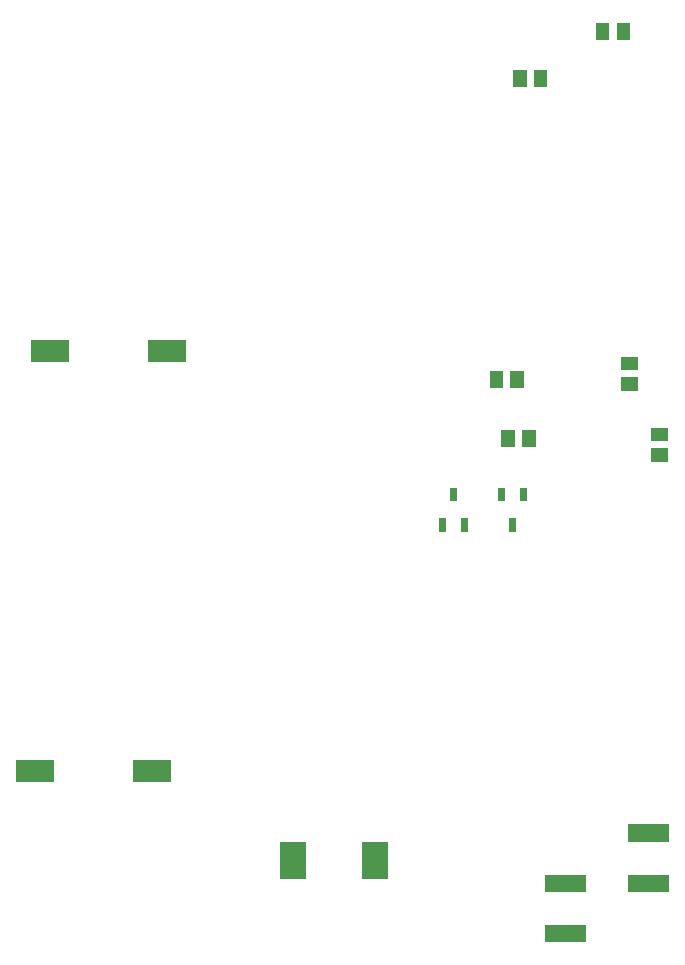
<source format=gbr>
G04 start of page 12 for group -4014 idx -4014 *
G04 Title: EW10A - linear power supply, bottompaste *
G04 Creator: pcb 1.99z *
G04 CreationDate: Mon 08 Sep 2014 07:20:40 PM GMT UTC *
G04 For: eelco *
G04 Format: Gerber/RS-274X *
G04 PCB-Dimensions (mil): 5511.81 5511.81 *
G04 PCB-Coordinate-Origin: lower left *
%MOIN*%
%FSLAX25Y25*%
%LNBOTTOMPASTE*%
%ADD140R,0.0236X0.0236*%
%ADD139R,0.0453X0.0453*%
%ADD138R,0.0571X0.0571*%
%ADD137R,0.0866X0.0866*%
%ADD136R,0.0748X0.0748*%
G54D136*X172953Y151181D02*X178071D01*
X211929D02*X217047D01*
X177953Y291181D02*X183071D01*
X216929D02*X222047D01*
G54D137*X288681Y122953D02*Y119409D01*
X261319Y122953D02*Y119409D01*
G54D138*X348327Y113681D02*X356398D01*
X348327Y96949D02*X356398D01*
X375886Y130413D02*X383957D01*
X375886Y113681D02*X383957D01*
G54D139*X336122Y282087D02*Y280906D01*
X329232Y282087D02*Y280906D01*
X333169Y262402D02*Y261220D01*
X340059Y262402D02*Y261220D01*
X382894Y263287D02*X384075D01*
X382894Y256398D02*X384075D01*
X372894Y280020D02*X374075D01*
X372894Y286909D02*X374075D01*
X343996Y382480D02*Y381299D01*
X337106Y382480D02*Y381299D01*
X364665Y398228D02*Y397047D01*
X371555Y398228D02*Y397047D01*
G54D140*X330906Y244291D02*Y242126D01*
X338386Y244291D02*Y242126D01*
X334646Y234252D02*Y232087D01*
X318701Y234252D02*Y232087D01*
X311220Y234252D02*Y232087D01*
X314961Y244291D02*Y242126D01*
M02*

</source>
